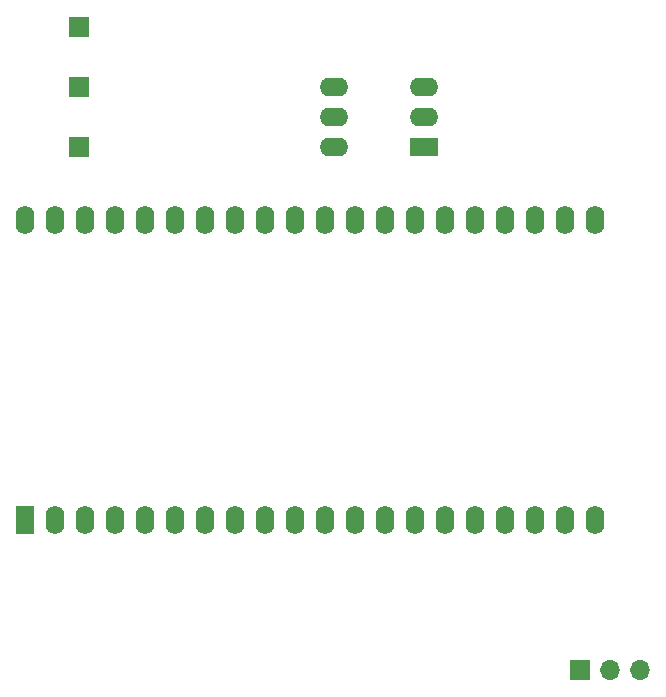
<source format=gbr>
%TF.GenerationSoftware,KiCad,Pcbnew,(6.0.5)*%
%TF.CreationDate,2022-05-25T11:21:46-03:00*%
%TF.ProjectId,PCB,5043422e-6b69-4636-9164-5f7063625858,rev?*%
%TF.SameCoordinates,Original*%
%TF.FileFunction,Copper,L1,Top*%
%TF.FilePolarity,Positive*%
%FSLAX46Y46*%
G04 Gerber Fmt 4.6, Leading zero omitted, Abs format (unit mm)*
G04 Created by KiCad (PCBNEW (6.0.5)) date 2022-05-25 11:21:46*
%MOMM*%
%LPD*%
G01*
G04 APERTURE LIST*
%TA.AperFunction,ComponentPad*%
%ADD10O,1.600000X2.400000*%
%TD*%
%TA.AperFunction,ComponentPad*%
%ADD11R,1.600000X2.400000*%
%TD*%
%TA.AperFunction,ComponentPad*%
%ADD12R,1.700000X1.700000*%
%TD*%
%TA.AperFunction,ComponentPad*%
%ADD13O,1.700000X1.700000*%
%TD*%
%TA.AperFunction,ComponentPad*%
%ADD14R,2.400000X1.600000*%
%TD*%
%TA.AperFunction,ComponentPad*%
%ADD15O,2.400000X1.600000*%
%TD*%
%TA.AperFunction,Conductor*%
%ADD16C,0.250000*%
%TD*%
G04 APERTURE END LIST*
D10*
%TO.P,J2,40,Pin_40*%
%TO.N,VCC*%
X143761000Y-98679000D03*
%TO.P,J2,39,Pin_39*%
%TO.N,unconnected-(J2-Pad39)*%
X146301000Y-98679000D03*
%TO.P,J2,38,Pin_38*%
%TO.N,unconnected-(J2-Pad38)*%
X148841000Y-98679000D03*
%TO.P,J2,37,Pin_37*%
%TO.N,unconnected-(J2-Pad37)*%
X151381000Y-98679000D03*
%TO.P,J2,36,Pin_36*%
%TO.N,unconnected-(J2-Pad36)*%
X153921000Y-98679000D03*
%TO.P,J2,35,Pin_35*%
%TO.N,unconnected-(J2-Pad35)*%
X156461000Y-98679000D03*
%TO.P,J2,34,Pin_34*%
%TO.N,unconnected-(J2-Pad34)*%
X159001000Y-98679000D03*
%TO.P,J2,33,Pin_33*%
%TO.N,unconnected-(J2-Pad33)*%
X161541000Y-98679000D03*
%TO.P,J2,32,Pin_32*%
%TO.N,unconnected-(J2-Pad32)*%
X164081000Y-98679000D03*
%TO.P,J2,31,Pin_31*%
%TO.N,unconnected-(J2-Pad31)*%
X166621000Y-98679000D03*
%TO.P,J2,30,Pin_30*%
%TO.N,unconnected-(J2-Pad30)*%
X169161000Y-98679000D03*
%TO.P,J2,29,Pin_29*%
%TO.N,unconnected-(J2-Pad29)*%
X171701000Y-98679000D03*
%TO.P,J2,28,Pin_28*%
%TO.N,unconnected-(J2-Pad28)*%
X174241000Y-98679000D03*
%TO.P,J2,27,Pin_27*%
%TO.N,unconnected-(J2-Pad27)*%
X176781000Y-98679000D03*
%TO.P,J2,26,Pin_26*%
%TO.N,unconnected-(J2-Pad26)*%
X179321000Y-98679000D03*
%TO.P,J2,25,Pin_25*%
%TO.N,unconnected-(J2-Pad25)*%
X181861000Y-98679000D03*
%TO.P,J2,24,Pin_24*%
%TO.N,unconnected-(J2-Pad24)*%
X184401000Y-98679000D03*
%TO.P,J2,23,Pin_23*%
%TO.N,unconnected-(J2-Pad23)*%
X186941000Y-98679000D03*
%TO.P,J2,22,Pin_22*%
%TO.N,unconnected-(J2-Pad22)*%
X189481000Y-98679000D03*
%TO.P,J2,21,Pin_21*%
%TO.N,/PWM*%
X192021000Y-98679000D03*
%TO.P,J2,20,Pin_20*%
%TO.N,Net-(J1-Pad2)*%
X192021000Y-124079000D03*
%TO.P,J2,19,Pin_19*%
%TO.N,unconnected-(J2-Pad19)*%
X189481000Y-124079000D03*
%TO.P,J2,18,Pin_18*%
%TO.N,unconnected-(J2-Pad18)*%
X186941000Y-124079000D03*
%TO.P,J2,17,Pin_17*%
%TO.N,unconnected-(J2-Pad17)*%
X184401000Y-124079000D03*
%TO.P,J2,16,Pin_16*%
%TO.N,unconnected-(J2-Pad16)*%
X181861000Y-124079000D03*
%TO.P,J2,15,Pin_15*%
%TO.N,unconnected-(J2-Pad15)*%
X179321000Y-124079000D03*
%TO.P,J2,14,Pin_14*%
%TO.N,unconnected-(J2-Pad14)*%
X176781000Y-124079000D03*
%TO.P,J2,13,Pin_13*%
%TO.N,unconnected-(J2-Pad13)*%
X174241000Y-124079000D03*
%TO.P,J2,12,Pin_12*%
%TO.N,unconnected-(J2-Pad12)*%
X171701000Y-124079000D03*
%TO.P,J2,11,Pin_11*%
%TO.N,unconnected-(J2-Pad11)*%
X169161000Y-124079000D03*
%TO.P,J2,10,Pin_10*%
%TO.N,unconnected-(J2-Pad10)*%
X166621000Y-124079000D03*
%TO.P,J2,9,Pin_9*%
%TO.N,unconnected-(J2-Pad9)*%
X164081000Y-124079000D03*
%TO.P,J2,8,Pin_8*%
%TO.N,unconnected-(J2-Pad8)*%
X161541000Y-124079000D03*
%TO.P,J2,7,Pin_7*%
%TO.N,unconnected-(J2-Pad7)*%
X159001000Y-124079000D03*
%TO.P,J2,6,Pin_6*%
%TO.N,unconnected-(J2-Pad6)*%
X156461000Y-124079000D03*
%TO.P,J2,5,Pin_5*%
%TO.N,unconnected-(J2-Pad5)*%
X153921000Y-124079000D03*
%TO.P,J2,4,Pin_4*%
%TO.N,unconnected-(J2-Pad4)*%
X151381000Y-124079000D03*
%TO.P,J2,3,Pin_3*%
%TO.N,unconnected-(J2-Pad3)*%
X148841000Y-124079000D03*
%TO.P,J2,2,Pin_2*%
%TO.N,unconnected-(J2-Pad2)*%
X146301000Y-124079000D03*
D11*
%TO.P,J2,1,Pin_1*%
%TO.N,GND*%
X143761000Y-124079000D03*
%TD*%
D12*
%TO.P,J5,1,Pin_1*%
%TO.N,Net-(R3-Pad2)*%
X148338000Y-82286000D03*
%TD*%
%TO.P,J4,1,Pin_1*%
%TO.N,Net-(R3-Pad1)*%
X148338000Y-87366000D03*
%TD*%
%TO.P,J3,1,Pin_1*%
%TO.N,Net-(R2-Pad2)*%
X148338000Y-92446000D03*
%TD*%
%TO.P,J1,1,Pin_1*%
%TO.N,VCC*%
X190746000Y-136779000D03*
D13*
%TO.P,J1,2,Pin_2*%
%TO.N,Net-(J1-Pad2)*%
X193286000Y-136779000D03*
%TO.P,J1,3,Pin_3*%
%TO.N,GND*%
X195826000Y-136779000D03*
%TD*%
D14*
%TO.P,U1,1*%
%TO.N,Net-(R1-Pad2)*%
X177538000Y-92456000D03*
D15*
%TO.P,U1,2*%
%TO.N,GND*%
X177538000Y-89916000D03*
%TO.P,U1,3,NC*%
%TO.N,unconnected-(U1-Pad3)*%
X177538000Y-87376000D03*
%TO.P,U1,4*%
%TO.N,Net-(R3-Pad1)*%
X169918000Y-87376000D03*
%TO.P,U1,5,NC*%
%TO.N,unconnected-(U1-Pad5)*%
X169918000Y-89916000D03*
%TO.P,U1,6*%
%TO.N,Net-(R2-Pad1)*%
X169918000Y-92456000D03*
%TD*%
D16*
%TO.N,Net-(R3-Pad1)*%
X169908000Y-87366000D02*
X169918000Y-87376000D01*
%TD*%
M02*

</source>
